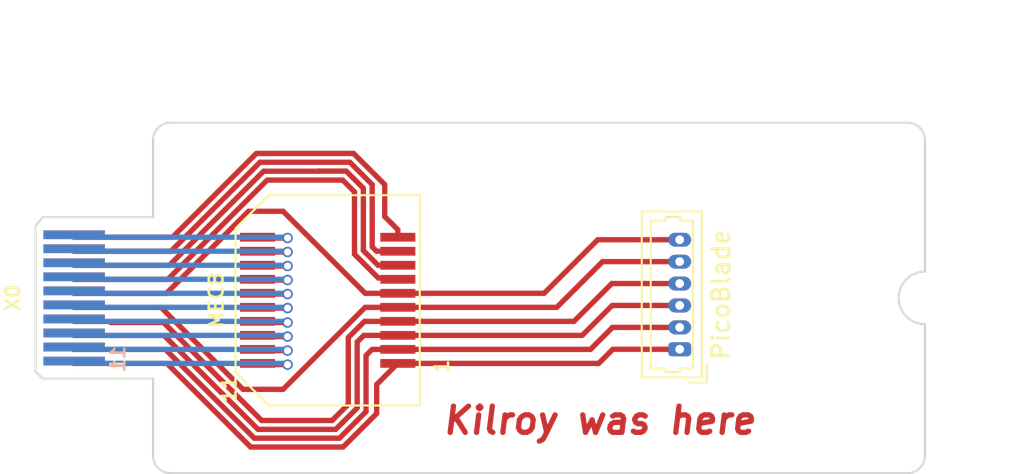
<source format=kicad_pcb>
(kicad_pcb (version 20171130) (host pcbnew "(5.1.10)-1")

  (general
    (thickness 1.6)
    (drawings 4)
    (tracks 139)
    (zones 0)
    (modules 3)
    (nets 21)
  )

  (page A)
  (title_block
    (title "Beetje 32U4 Blok")
    (date 2018-08-10)
    (rev 0.0)
    (company www.MakersBox.us)
    (comment 1 648.ken@gmail.com)
  )

  (layers
    (0 F.Cu signal)
    (31 B.Cu signal)
    (32 B.Adhes user)
    (33 F.Adhes user)
    (34 B.Paste user)
    (35 F.Paste user)
    (36 B.SilkS user)
    (37 F.SilkS user)
    (38 B.Mask user)
    (39 F.Mask user)
    (40 Dwgs.User user)
    (41 Cmts.User user)
    (42 Eco1.User user)
    (43 Eco2.User user)
    (44 Edge.Cuts user)
    (45 Margin user)
    (46 B.CrtYd user hide)
    (47 F.CrtYd user)
    (48 B.Fab user hide)
    (49 F.Fab user hide)
  )

  (setup
    (last_trace_width 0.25)
    (user_trace_width 0.254)
    (user_trace_width 0.3048)
    (user_trace_width 0.3556)
    (user_trace_width 0.4064)
    (user_trace_width 0.6096)
    (trace_clearance 0.2)
    (zone_clearance 0.35)
    (zone_45_only no)
    (trace_min 0.2)
    (via_size 0.6)
    (via_drill 0.4)
    (via_min_size 0.4)
    (via_min_drill 0.3)
    (uvia_size 0.3)
    (uvia_drill 0.1)
    (uvias_allowed no)
    (uvia_min_size 0.2)
    (uvia_min_drill 0.1)
    (edge_width 0.15)
    (segment_width 0.2)
    (pcb_text_width 0.3)
    (pcb_text_size 1.5 1.5)
    (mod_edge_width 0.15)
    (mod_text_size 1 1)
    (mod_text_width 0.15)
    (pad_size 0.5 3.500001)
    (pad_drill 0)
    (pad_to_mask_clearance 0)
    (aux_axis_origin 0 0)
    (visible_elements 7FFFFFFF)
    (pcbplotparams
      (layerselection 0x010f0_80000001)
      (usegerberextensions false)
      (usegerberattributes true)
      (usegerberadvancedattributes true)
      (creategerberjobfile true)
      (excludeedgelayer true)
      (linewidth 0.100000)
      (plotframeref false)
      (viasonmask false)
      (mode 1)
      (useauxorigin false)
      (hpglpennumber 1)
      (hpglpenspeed 20)
      (hpglpendiameter 15.000000)
      (psnegative false)
      (psa4output false)
      (plotreference true)
      (plotvalue true)
      (plotinvisibletext false)
      (padsonsilk false)
      (subtractmaskfromsilk false)
      (outputformat 1)
      (mirror false)
      (drillshape 0)
      (scaleselection 1)
      (outputdirectory "gerbers/"))
  )

  (net 0 "")
  (net 1 /10)
  (net 2 /01)
  (net 3 /02)
  (net 4 /04)
  (net 5 /05)
  (net 6 /06)
  (net 7 /07)
  (net 8 /08)
  (net 9 /09)
  (net 10 /11)
  (net 11 /12)
  (net 12 /13)
  (net 13 /14)
  (net 14 /15)
  (net 15 /16)
  (net 16 /17)
  (net 17 /18)
  (net 18 /19)
  (net 19 /20)
  (net 20 /03)

  (net_class Default "This is the default net class."
    (clearance 0.2)
    (trace_width 0.25)
    (via_dia 0.6)
    (via_drill 0.4)
    (uvia_dia 0.3)
    (uvia_drill 0.1)
    (add_net /01)
    (add_net /02)
    (add_net /03)
    (add_net /04)
    (add_net /05)
    (add_net /06)
    (add_net /07)
    (add_net /08)
    (add_net /09)
    (add_net /10)
    (add_net /11)
    (add_net /12)
    (add_net /13)
    (add_net /14)
    (add_net /15)
    (add_net /16)
    (add_net /17)
    (add_net /18)
    (add_net /19)
    (add_net /20)
  )

  (module footprints:MEC8_card (layer F.Cu) (tedit 636F1764) (tstamp 63701F4F)
    (at 112.5 87 90)
    (descr "0.8mm RIGHT ANGLE EDGE CARD ASSEMBLY.")
    (path /63BB3F50)
    (fp_text reference X0 (at 0 -3.5 90) (layer F.SilkS)
      (effects (font (size 0.788457 0.788457) (thickness 0.15)))
    )
    (fp_text value Edge (at -0.1 -4.8 90) (layer F.Fab)
      (effects (font (size 0.787685 0.787685) (thickness 0.15)))
    )
    (fp_line (start 0 50.5) (end 0 45.42) (layer Dwgs.User) (width 0.12))
    (fp_line (start -3.6 -1.75) (end 3.6 -1.75) (layer Dwgs.User) (width 0.12))
    (fp_line (start -9 48.5) (end -1.5 48.5) (layer Edge.Cuts) (width 0.12))
    (fp_line (start 9 48.5) (end 1.5 48.5) (layer Edge.Cuts) (width 0.12))
    (fp_line (start 10 47.5) (end 10 5.5) (layer Edge.Cuts) (width 0.12))
    (fp_line (start 4.6 4.5) (end 9 4.5) (layer Edge.Cuts) (width 0.12))
    (fp_line (start -4.6 4.5) (end -9 4.5) (layer Edge.Cuts) (width 0.12))
    (fp_line (start -10 5.5) (end -10 47.5) (layer Edge.Cuts) (width 0.12))
    (fp_line (start -4.6 -1.8) (end -4.2 -2.2) (layer Edge.Cuts) (width 0.12))
    (fp_line (start 4.6 -1.8) (end 4.1 -2.2) (layer Edge.Cuts) (width 0.12))
    (fp_line (start 4.1 -2.2) (end -4.2 -2.2) (layer Edge.Cuts) (width 0.12))
    (fp_line (start -4.6 -1.8) (end -4.6 4.5) (layer Edge.Cuts) (width 0.12))
    (fp_line (start 4.6 -1.8) (end 4.6 4.5) (layer Edge.Cuts) (width 0.12))
    (fp_text user 11 (at -3.5 2.5 90) (layer B.SilkS)
      (effects (font (size 0.788882 0.788882) (thickness 0.15)) (justify mirror))
    )
    (fp_text user 1 (at -3.77791 2.5 90) (layer F.SilkS)
      (effects (font (size 0.788008 0.788008) (thickness 0.15)))
    )
    (fp_arc (start 0 48.5) (end 1.5 48.5) (angle -180) (layer Edge.Cuts) (width 0.12))
    (fp_arc (start -9 47.5) (end -10 47.5) (angle -90) (layer Edge.Cuts) (width 0.12))
    (fp_arc (start 9 47.5) (end 9 48.5) (angle -90) (layer Edge.Cuts) (width 0.12))
    (fp_arc (start -9 5.5) (end -9 4.5) (angle -90) (layer Edge.Cuts) (width 0.12))
    (fp_arc (start 9 5.5) (end 10 5.5) (angle -90) (layer Edge.Cuts) (width 0.12))
    (pad 10 smd rect (at 3.6 0 90) (size 0.5 3.5) (layers F.Cu F.Paste F.Mask)
      (net 1 /10))
    (pad 1 smd rect (at -3.6 0 90) (size 0.5 3.5) (layers F.Cu F.Paste F.Mask)
      (net 2 /01))
    (pad 2 smd rect (at -2.8 0 90) (size 0.5 3.5) (layers F.Cu F.Paste F.Mask)
      (net 3 /02))
    (pad 3 smd rect (at -2 0 90) (size 0.5 3.500001) (layers F.Cu F.Paste F.Mask)
      (net 20 /03))
    (pad 4 smd rect (at -1.2 0 90) (size 0.5 3.5) (layers F.Cu F.Paste F.Mask)
      (net 4 /04))
    (pad 5 smd rect (at -0.4 0 90) (size 0.5 3.5) (layers F.Cu F.Paste F.Mask)
      (net 5 /05))
    (pad 6 smd rect (at 0.4 0 90) (size 0.5 3.5) (layers F.Cu F.Paste F.Mask)
      (net 6 /06))
    (pad 7 smd rect (at 1.2 0 90) (size 0.5 3.5) (layers F.Cu F.Paste F.Mask)
      (net 7 /07))
    (pad 8 smd rect (at 2 0 90) (size 0.5 3.5) (layers F.Cu F.Paste F.Mask)
      (net 8 /08))
    (pad 9 smd rect (at 2.8 0 90) (size 0.5 3.5) (layers F.Cu F.Paste F.Mask)
      (net 9 /09))
    (pad 11 smd rect (at -3.6 0 90) (size 0.5 3.5) (layers B.Cu B.Paste B.Mask)
      (net 10 /11))
    (pad 12 smd rect (at -2.8 0 90) (size 0.5 3.5) (layers B.Cu B.Paste B.Mask)
      (net 11 /12))
    (pad 13 smd rect (at -2 0 90) (size 0.5 3.5) (layers B.Cu B.Paste B.Mask)
      (net 12 /13))
    (pad 14 smd rect (at -1.2 0 90) (size 0.5 3.5) (layers B.Cu B.Paste B.Mask)
      (net 13 /14))
    (pad 15 smd rect (at -0.4 0 90) (size 0.5 3.5) (layers B.Cu B.Paste B.Mask)
      (net 14 /15))
    (pad 16 smd rect (at 0.4 0 90) (size 0.5 3.5) (layers B.Cu B.Paste B.Mask)
      (net 15 /16))
    (pad 17 smd rect (at 1.2 0 90) (size 0.5 3.5) (layers B.Cu B.Paste B.Mask)
      (net 16 /17))
    (pad 18 smd rect (at 2 0 90) (size 0.5 3.5) (layers B.Cu B.Paste B.Mask)
      (net 17 /18))
    (pad 19 smd rect (at 2.8 0 90) (size 0.5 3.5) (layers B.Cu B.Paste B.Mask)
      (net 18 /19))
    (pad 20 smd rect (at 3.6 0 90) (size 0.5 3.5) (layers B.Cu B.Paste B.Mask)
      (net 19 /20))
  )

  (module footprints:MEC8_top_bottom (layer F.Cu) (tedit 636F0A4D) (tstamp 63700CE2)
    (at 126.952 87.138 90)
    (descr "0.8mm RIGHT ANGLE EDGE CARD ASSEMBLY.")
    (path /63CD3088)
    (fp_text reference X1 (at 0.6008 -6.10819 90) (layer F.SilkS) hide
      (effects (font (size 0.788457 0.788457) (thickness 0.15)))
    )
    (fp_text value MEC8 (at 0 -6.35 90) (layer F.SilkS)
      (effects (font (size 0.787685 0.787685) (thickness 0.15)))
    )
    (fp_line (start 5.5 3.7) (end -5.5 3.7) (layer F.Fab) (width 0.127))
    (fp_line (start -5.5 3.7) (end -5.5 -2.5) (layer F.Fab) (width 0.127))
    (fp_line (start -5.5 -2.5) (end -4.3 -3.7) (layer F.Fab) (width 0.127))
    (fp_line (start -4.3 -3.7) (end 4.3 -3.7) (layer F.Fab) (width 0.127))
    (fp_line (start 4.3 -3.7) (end 5.5 -2.5) (layer F.Fab) (width 0.127))
    (fp_line (start 5.5 -2.5) (end 5.5 3.7) (layer F.Fab) (width 0.127))
    (fp_line (start 6 5.25) (end -6 5.25) (layer F.SilkS) (width 0.127))
    (fp_line (start -6 5.25) (end -6 -3.35) (layer F.SilkS) (width 0.127))
    (fp_line (start -6 -3.35) (end -4.1 -5.25) (layer F.SilkS) (width 0.127))
    (fp_line (start -4.1 -5.25) (end 4.1 -5.25) (layer F.SilkS) (width 0.127))
    (fp_line (start 4.1 -5.25) (end 6 -3.35) (layer F.SilkS) (width 0.127))
    (fp_line (start 6 -3.35) (end 6 5.25) (layer F.SilkS) (width 0.127))
    (fp_text user 11 (at -5.08 -5.61054 90) (layer F.SilkS)
      (effects (font (size 0.788882 0.788882) (thickness 0.15)))
    )
    (fp_text user 1 (at -3.77791 6.50502 90) (layer F.SilkS)
      (effects (font (size 0.788008 0.788008) (thickness 0.15)))
    )
    (pad None np_thru_hole circle (at 4.8 0 90) (size 1.65 1.65) (drill 1.65) (layers *.Cu *.Mask))
    (pad None np_thru_hole circle (at -4.8 0 90) (size 1.65 1.65) (drill 1.65) (layers *.Cu *.Mask))
    (pad 20 smd rect (at 3.6 -4 90) (size 0.5 2) (layers F.Cu F.Paste F.Mask)
      (net 19 /20))
    (pad 10 smd rect (at 3.6 4 90) (size 0.5 2) (layers F.Cu F.Paste F.Mask)
      (net 1 /10))
    (pad 19 smd rect (at 2.8 -4 90) (size 0.5 2) (layers F.Cu F.Paste F.Mask)
      (net 18 /19))
    (pad 9 smd rect (at 2.8 4 90) (size 0.5 2) (layers F.Cu F.Paste F.Mask)
      (net 9 /09))
    (pad 18 smd rect (at 2 -4 90) (size 0.5 2) (layers F.Cu F.Paste F.Mask)
      (net 17 /18))
    (pad 8 smd rect (at 2 4 90) (size 0.5 2) (layers F.Cu F.Paste F.Mask)
      (net 8 /08))
    (pad 17 smd rect (at 1.2 -4 90) (size 0.5 2) (layers F.Cu F.Paste F.Mask)
      (net 16 /17))
    (pad 7 smd rect (at 1.2 4 90) (size 0.5 2) (layers F.Cu F.Paste F.Mask)
      (net 7 /07))
    (pad 16 smd rect (at 0.4 -4 90) (size 0.5 2) (layers F.Cu F.Paste F.Mask)
      (net 15 /16))
    (pad 6 smd rect (at 0.4 4 90) (size 0.5 2) (layers F.Cu F.Paste F.Mask)
      (net 6 /06))
    (pad 15 smd rect (at -0.4 -4 90) (size 0.5 2) (layers F.Cu F.Paste F.Mask)
      (net 14 /15))
    (pad 5 smd rect (at -0.4 4 90) (size 0.5 2) (layers F.Cu F.Paste F.Mask)
      (net 5 /05))
    (pad 14 smd rect (at -1.2 -4 90) (size 0.5 2) (layers F.Cu F.Paste F.Mask)
      (net 13 /14))
    (pad 4 smd rect (at -1.2 4 90) (size 0.5 2) (layers F.Cu F.Paste F.Mask)
      (net 4 /04))
    (pad 13 smd rect (at -2 -4 90) (size 0.5 2) (layers F.Cu F.Paste F.Mask)
      (net 12 /13))
    (pad 3 smd rect (at -2 4 90) (size 0.5 2) (layers F.Cu F.Paste F.Mask)
      (net 20 /03))
    (pad 12 smd rect (at -2.8 -4 90) (size 0.5 2) (layers F.Cu F.Paste F.Mask)
      (net 11 /12))
    (pad 2 smd rect (at -2.8 4 90) (size 0.5 2) (layers F.Cu F.Paste F.Mask)
      (net 3 /02))
    (pad 11 smd rect (at -3.6 -4 90) (size 0.5 2) (layers F.Cu F.Paste F.Mask)
      (net 10 /11))
    (pad 1 smd rect (at -3.6 4 90) (size 0.5 2) (layers F.Cu F.Paste F.Mask)
      (net 2 /01))
  )

  (module Connector_Molex:Molex_PicoBlade_53047-0610_1x06_P1.25mm_Vertical (layer F.Cu) (tedit 5B783167) (tstamp 63700F94)
    (at 147.018 89.932 90)
    (descr "Molex PicoBlade Connector System, 53047-0610, 6 Pins per row (http://www.molex.com/pdm_docs/sd/530470610_sd.pdf), generated with kicad-footprint-generator")
    (tags "connector Molex PicoBlade side entry")
    (path /63CDCB13)
    (fp_text reference X2 (at 3.12 -3.25 90) (layer F.SilkS) hide
      (effects (font (size 1 1) (thickness 0.15)))
    )
    (fp_text value PicoBlade (at 3.12 2.35 90) (layer F.SilkS)
      (effects (font (size 1 1) (thickness 0.15)))
    )
    (fp_line (start -1.5 -2.05) (end -1.5 1.15) (layer F.Fab) (width 0.1))
    (fp_line (start -1.5 1.15) (end 7.75 1.15) (layer F.Fab) (width 0.1))
    (fp_line (start 7.75 1.15) (end 7.75 -2.05) (layer F.Fab) (width 0.1))
    (fp_line (start 7.75 -2.05) (end -1.5 -2.05) (layer F.Fab) (width 0.1))
    (fp_line (start -1.61 -2.16) (end -1.61 1.26) (layer F.SilkS) (width 0.12))
    (fp_line (start -1.61 1.26) (end 7.86 1.26) (layer F.SilkS) (width 0.12))
    (fp_line (start 7.86 1.26) (end 7.86 -2.16) (layer F.SilkS) (width 0.12))
    (fp_line (start 7.86 -2.16) (end -1.61 -2.16) (layer F.SilkS) (width 0.12))
    (fp_line (start 3.125 0.75) (end -1.1 0.75) (layer F.SilkS) (width 0.12))
    (fp_line (start -1.1 0.75) (end -1.1 0) (layer F.SilkS) (width 0.12))
    (fp_line (start -1.1 0) (end -1.3 0) (layer F.SilkS) (width 0.12))
    (fp_line (start -1.3 0) (end -1.3 -0.8) (layer F.SilkS) (width 0.12))
    (fp_line (start -1.3 -0.8) (end -1.1 -0.8) (layer F.SilkS) (width 0.12))
    (fp_line (start -1.1 -0.8) (end -1.1 -1.65) (layer F.SilkS) (width 0.12))
    (fp_line (start -1.1 -1.65) (end 3.125 -1.65) (layer F.SilkS) (width 0.12))
    (fp_line (start 3.125 0.75) (end 7.35 0.75) (layer F.SilkS) (width 0.12))
    (fp_line (start 7.35 0.75) (end 7.35 0) (layer F.SilkS) (width 0.12))
    (fp_line (start 7.35 0) (end 7.55 0) (layer F.SilkS) (width 0.12))
    (fp_line (start 7.55 0) (end 7.55 -0.8) (layer F.SilkS) (width 0.12))
    (fp_line (start 7.55 -0.8) (end 7.35 -0.8) (layer F.SilkS) (width 0.12))
    (fp_line (start 7.35 -0.8) (end 7.35 -1.65) (layer F.SilkS) (width 0.12))
    (fp_line (start 7.35 -1.65) (end 3.125 -1.65) (layer F.SilkS) (width 0.12))
    (fp_line (start -1.9 1.55) (end -1.9 0.55) (layer F.SilkS) (width 0.12))
    (fp_line (start -1.9 1.55) (end -0.9 1.55) (layer F.SilkS) (width 0.12))
    (fp_line (start -0.5 1.15) (end 0 0.442893) (layer F.Fab) (width 0.1))
    (fp_line (start 0 0.442893) (end 0.5 1.15) (layer F.Fab) (width 0.1))
    (fp_line (start -2 -2.55) (end -2 1.65) (layer F.CrtYd) (width 0.05))
    (fp_line (start -2 1.65) (end 8.25 1.65) (layer F.CrtYd) (width 0.05))
    (fp_line (start 8.25 1.65) (end 8.25 -2.55) (layer F.CrtYd) (width 0.05))
    (fp_line (start 8.25 -2.55) (end -2 -2.55) (layer F.CrtYd) (width 0.05))
    (fp_text user %R (at 3.12 -1.35 90) (layer F.Fab)
      (effects (font (size 1 1) (thickness 0.15)))
    )
    (pad 1 thru_hole roundrect (at 0 0 90) (size 0.8 1.3) (drill 0.5) (layers *.Cu *.Mask) (roundrect_rratio 0.25)
      (net 2 /01))
    (pad 2 thru_hole oval (at 1.25 0 90) (size 0.8 1.3) (drill 0.5) (layers *.Cu *.Mask)
      (net 3 /02))
    (pad 3 thru_hole oval (at 2.5 0 90) (size 0.8 1.3) (drill 0.5) (layers *.Cu *.Mask)
      (net 20 /03))
    (pad 4 thru_hole oval (at 3.75 0 90) (size 0.8 1.3) (drill 0.5) (layers *.Cu *.Mask)
      (net 4 /04))
    (pad 5 thru_hole oval (at 5 0 90) (size 0.8 1.3) (drill 0.5) (layers *.Cu *.Mask)
      (net 5 /05))
    (pad 6 thru_hole oval (at 6.25 0 90) (size 0.8 1.3) (drill 0.5) (layers *.Cu *.Mask)
      (net 6 /06))
    (model ${KISYS3DMOD}/Connector_Molex.3dshapes/Molex_PicoBlade_53047-0610_1x06_P1.25mm_Vertical.wrl
      (at (xyz 0 0 0))
      (scale (xyz 1 1 1))
      (rotate (xyz 0 0 0))
    )
  )

  (dimension 51 (width 0.15) (layer Dwgs.User)
    (gr_text "51.000 mm" (at 135.5 70.7) (layer Dwgs.User)
      (effects (font (size 1 1) (thickness 0.15)))
    )
    (feature1 (pts (xy 110 82) (xy 110 71.413579)))
    (feature2 (pts (xy 161 82) (xy 161 71.413579)))
    (crossbar (pts (xy 161 72) (xy 110 72)))
    (arrow1a (pts (xy 110 72) (xy 111.126504 71.413579)))
    (arrow1b (pts (xy 110 72) (xy 111.126504 72.586421)))
    (arrow2a (pts (xy 161 72) (xy 159.873496 71.413579)))
    (arrow2b (pts (xy 161 72) (xy 159.873496 72.586421)))
  )
  (dimension 44 (width 0.15) (layer Dwgs.User)
    (gr_text "44.000 mm" (at 139 73.7) (layer Dwgs.User)
      (effects (font (size 1 1) (thickness 0.15)))
    )
    (feature1 (pts (xy 117 78) (xy 117 74.413579)))
    (feature2 (pts (xy 161 78) (xy 161 74.413579)))
    (crossbar (pts (xy 161 75) (xy 117 75)))
    (arrow1a (pts (xy 117 75) (xy 118.126504 74.413579)))
    (arrow1b (pts (xy 117 75) (xy 118.126504 75.586421)))
    (arrow2a (pts (xy 161 75) (xy 159.873496 74.413579)))
    (arrow2b (pts (xy 161 75) (xy 159.873496 75.586421)))
  )
  (dimension 20 (width 0.15) (layer Dwgs.User)
    (gr_text "20.000 mm" (at 165.3 87 270) (layer Dwgs.User)
      (effects (font (size 1 1) (thickness 0.15)))
    )
    (feature1 (pts (xy 160 97) (xy 164.586421 97)))
    (feature2 (pts (xy 160 77) (xy 164.586421 77)))
    (crossbar (pts (xy 164 77) (xy 164 97)))
    (arrow1a (pts (xy 164 97) (xy 163.413579 95.873496)))
    (arrow1b (pts (xy 164 97) (xy 164.586421 95.873496)))
    (arrow2a (pts (xy 164 77) (xy 163.413579 78.126504)))
    (arrow2b (pts (xy 164 77) (xy 164.586421 78.126504)))
  )
  (gr_text "Kilroy was here" (at 142.446 93.996) (layer F.Cu)
    (effects (font (size 1.5 1.5) (thickness 0.3) italic))
  )

  (segment (start 118.106 83.538) (end 122.887999 78.756) (width 0.3048) (layer F.Cu) (net 1))
  (segment (start 112.474 83.538) (end 118.106 83.538) (width 0.3048) (layer F.Cu) (net 1))
  (segment (start 128.427909 78.756) (end 130.205909 80.534) (width 0.3048) (layer F.Cu) (net 1))
  (segment (start 122.887999 78.756) (end 128.427909 78.756) (width 0.3048) (layer F.Cu) (net 1))
  (segment (start 130.205909 80.534) (end 130.205909 82.360091) (width 0.3048) (layer F.Cu) (net 1))
  (segment (start 130.952 83.106182) (end 130.952 83.538) (width 0.3048) (layer F.Cu) (net 1))
  (segment (start 130.205909 82.360091) (end 130.952 83.106182) (width 0.3048) (layer F.Cu) (net 1))
  (segment (start 112.474 90.738) (end 117.790365 90.738) (width 0.3048) (layer F.Cu) (net 2))
  (segment (start 117.790365 90.738) (end 122.562794 95.51043) (width 0.3048) (layer F.Cu) (net 2))
  (segment (start 127.833297 95.51043) (end 129.746 93.597727) (width 0.3048) (layer F.Cu) (net 2))
  (segment (start 122.562794 95.51043) (end 127.833297 95.51043) (width 0.3048) (layer F.Cu) (net 2))
  (segment (start 129.746 91.944) (end 130.952 90.738) (width 0.3048) (layer F.Cu) (net 2))
  (segment (start 129.746 93.597727) (end 129.746 91.944) (width 0.3048) (layer F.Cu) (net 2))
  (segment (start 147.018 89.932) (end 143.208 89.932) (width 0.3048) (layer F.Cu) (net 2))
  (segment (start 142.402 90.738) (end 130.952 90.738) (width 0.3048) (layer F.Cu) (net 2))
  (segment (start 143.208 89.932) (end 142.402 90.738) (width 0.3048) (layer F.Cu) (net 2))
  (segment (start 112.474 89.938) (end 117.704276 89.938) (width 0.3048) (layer F.Cu) (net 3))
  (segment (start 117.704276 89.938003) (end 122.771893 95.00562) (width 0.3048) (layer F.Cu) (net 3))
  (segment (start 117.704276 89.938) (end 117.704276 89.938003) (width 0.3048) (layer F.Cu) (net 3))
  (segment (start 127.624198 95.00562) (end 129.139021 93.490797) (width 0.3048) (layer F.Cu) (net 3))
  (segment (start 122.771893 95.00562) (end 127.624198 95.00562) (width 0.3048) (layer F.Cu) (net 3))
  (segment (start 129.139021 93.490797) (end 129.139021 90.284979) (width 0.3048) (layer F.Cu) (net 3))
  (segment (start 129.486 89.938) (end 130.952 89.938) (width 0.3048) (layer F.Cu) (net 3))
  (segment (start 129.139021 90.284979) (end 129.486 89.938) (width 0.3048) (layer F.Cu) (net 3))
  (segment (start 147.018 88.682) (end 143.188 88.682) (width 0.3048) (layer F.Cu) (net 3))
  (segment (start 141.932 89.938) (end 130.952 89.938) (width 0.3048) (layer F.Cu) (net 3))
  (segment (start 143.188 88.682) (end 141.932 89.938) (width 0.3048) (layer F.Cu) (net 3))
  (segment (start 114.5988 88.408) (end 117.602092 88.408) (width 0.3048) (layer F.Cu) (net 4))
  (segment (start 114.5288 88.338) (end 114.5988 88.408) (width 0.3048) (layer F.Cu) (net 4))
  (segment (start 112.474 88.338) (end 114.5288 88.338) (width 0.3048) (layer F.Cu) (net 4))
  (segment (start 117.602092 88.408) (end 123.190091 93.996) (width 0.3048) (layer F.Cu) (net 4))
  (segment (start 123.190091 93.996) (end 127.206 93.996) (width 0.3048) (layer F.Cu) (net 4))
  (segment (start 128.129401 93.072599) (end 128.129401 89.262599) (width 0.3048) (layer F.Cu) (net 4))
  (segment (start 127.206 93.996) (end 128.129401 93.072599) (width 0.3048) (layer F.Cu) (net 4))
  (segment (start 129.054 88.338) (end 130.952 88.338) (width 0.3048) (layer F.Cu) (net 4))
  (segment (start 128.129401 89.262599) (end 129.054 88.338) (width 0.3048) (layer F.Cu) (net 4))
  (segment (start 147.018 86.182) (end 143.148 86.182) (width 0.3048) (layer F.Cu) (net 4))
  (segment (start 140.992 88.338) (end 130.952 88.338) (width 0.3048) (layer F.Cu) (net 4))
  (segment (start 143.148 86.182) (end 140.992 88.338) (width 0.3048) (layer F.Cu) (net 4))
  (segment (start 112.474 87.538) (end 117.446 87.538) (width 0.3048) (layer F.Cu) (net 5))
  (segment (start 117.446 87.538) (end 122.126 92.218) (width 0.3048) (layer F.Cu) (net 5))
  (segment (start 122.126 92.218) (end 124.412 92.218) (width 0.3048) (layer F.Cu) (net 5))
  (segment (start 129.092 87.538) (end 130.952 87.538) (width 0.3048) (layer F.Cu) (net 5))
  (segment (start 124.412 92.218) (end 129.092 87.538) (width 0.3048) (layer F.Cu) (net 5))
  (segment (start 147.018 84.932) (end 142.62 84.932) (width 0.3048) (layer F.Cu) (net 5))
  (segment (start 140.014 87.538) (end 130.952 87.538) (width 0.3048) (layer F.Cu) (net 5))
  (segment (start 142.62 84.932) (end 140.014 87.538) (width 0.3048) (layer F.Cu) (net 5))
  (segment (start 112.474 86.738) (end 117.761632 86.738) (width 0.3048) (layer F.Cu) (net 6))
  (segment (start 117.761632 86.738) (end 122.441632 82.058) (width 0.3048) (layer F.Cu) (net 6))
  (segment (start 122.441632 82.058) (end 124.412 82.058) (width 0.3048) (layer F.Cu) (net 6))
  (segment (start 129.092 86.738) (end 130.952 86.738) (width 0.3048) (layer F.Cu) (net 6))
  (segment (start 124.412 82.058) (end 129.092 86.738) (width 0.3048) (layer F.Cu) (net 6))
  (segment (start 147.018 83.682) (end 142.346 83.682) (width 0.3048) (layer F.Cu) (net 6))
  (segment (start 139.29 86.738) (end 130.952 86.738) (width 0.3048) (layer F.Cu) (net 6))
  (segment (start 142.346 83.682) (end 139.29 86.738) (width 0.3048) (layer F.Cu) (net 6))
  (segment (start 112.474 85.938) (end 117.847724 85.938) (width 0.3048) (layer F.Cu) (net 7))
  (segment (start 123.508914 80.27681) (end 127.806994 80.27681) (width 0.3048) (layer F.Cu) (net 7))
  (segment (start 117.847724 85.938) (end 123.508914 80.27681) (width 0.3048) (layer F.Cu) (net 7))
  (segment (start 127.806994 80.27681) (end 128.48238 80.952196) (width 0.3048) (layer F.Cu) (net 7))
  (segment (start 128.48238 84.508198) (end 129.842182 85.868) (width 0.3048) (layer F.Cu) (net 7))
  (segment (start 128.48238 80.952196) (end 128.48238 84.508198) (width 0.3048) (layer F.Cu) (net 7))
  (segment (start 130.882 85.868) (end 130.952 85.938) (width 0.3048) (layer F.Cu) (net 7))
  (segment (start 129.842182 85.868) (end 130.882 85.868) (width 0.3048) (layer F.Cu) (net 7))
  (segment (start 112.474 85.138) (end 117.933816 85.138) (width 0.3048) (layer F.Cu) (net 8))
  (segment (start 126.444 79.772) (end 126.45038 79.76562) (width 0.3048) (layer F.Cu) (net 8))
  (segment (start 123.299816 79.772) (end 126.444 79.772) (width 0.3048) (layer F.Cu) (net 8))
  (segment (start 117.933816 85.138) (end 123.299816 79.772) (width 0.3048) (layer F.Cu) (net 8))
  (segment (start 126.45038 79.76562) (end 128.009712 79.76562) (width 0.3048) (layer F.Cu) (net 8))
  (segment (start 128.009712 79.76562) (end 128.98719 80.743098) (width 0.3048) (layer F.Cu) (net 8))
  (segment (start 129.826091 85.138) (end 130.952 85.138) (width 0.3048) (layer F.Cu) (net 8))
  (segment (start 128.98719 84.299099) (end 129.826091 85.138) (width 0.3048) (layer F.Cu) (net 8))
  (segment (start 128.98719 80.743098) (end 128.98719 84.299099) (width 0.3048) (layer F.Cu) (net 8))
  (segment (start 129.74 84.338) (end 130.952 84.338) (width 0.3048) (layer F.Cu) (net 9))
  (segment (start 129.492 84.09) (end 129.74 84.338) (width 0.3048) (layer F.Cu) (net 9))
  (segment (start 123.097098 79.26081) (end 128.21881 79.26081) (width 0.3048) (layer F.Cu) (net 9))
  (segment (start 129.492 80.534) (end 129.492 84.09) (width 0.3048) (layer F.Cu) (net 9))
  (segment (start 118.019908 84.338) (end 123.097098 79.26081) (width 0.3048) (layer F.Cu) (net 9))
  (segment (start 128.21881 79.26081) (end 129.492 80.534) (width 0.3048) (layer F.Cu) (net 9))
  (segment (start 112.474 84.338) (end 118.019908 84.338) (width 0.3048) (layer F.Cu) (net 9))
  (via (at 124.666 90.808009) (size 0.6) (drill 0.4) (layers F.Cu B.Cu) (net 10))
  (segment (start 124.595991 90.738) (end 124.666 90.808009) (width 0.3048) (layer B.Cu) (net 10))
  (segment (start 112.474 90.738) (end 124.595991 90.738) (width 0.3048) (layer B.Cu) (net 10))
  (segment (start 123.022009 90.808009) (end 122.952 90.738) (width 0.3048) (layer F.Cu) (net 10))
  (segment (start 124.666 90.808009) (end 123.022009 90.808009) (width 0.3048) (layer F.Cu) (net 10))
  (via (at 124.666 90.008006) (size 0.6) (drill 0.4) (layers F.Cu B.Cu) (net 11))
  (segment (start 124.595994 89.938) (end 124.666 90.008006) (width 0.3048) (layer B.Cu) (net 11))
  (segment (start 112.474 89.938) (end 124.595994 89.938) (width 0.3048) (layer B.Cu) (net 11))
  (segment (start 123.022006 90.008006) (end 122.952 89.938) (width 0.3048) (layer F.Cu) (net 11))
  (segment (start 124.666 90.008006) (end 123.022006 90.008006) (width 0.3048) (layer F.Cu) (net 11))
  (segment (start 124.595997 89.138) (end 124.666 89.208003) (width 0.3048) (layer B.Cu) (net 12))
  (via (at 124.666 89.208003) (size 0.6) (drill 0.4) (layers F.Cu B.Cu) (net 12))
  (segment (start 112.474 89.138) (end 124.595997 89.138) (width 0.3048) (layer B.Cu) (net 12))
  (segment (start 123.022003 89.208003) (end 122.952 89.138) (width 0.3048) (layer F.Cu) (net 12))
  (segment (start 124.666 89.208003) (end 123.022003 89.208003) (width 0.3048) (layer F.Cu) (net 12))
  (via (at 124.666 88.408) (size 0.6) (drill 0.4) (layers F.Cu B.Cu) (net 13))
  (segment (start 124.596 88.338) (end 124.666 88.408) (width 0.3048) (layer B.Cu) (net 13))
  (segment (start 112.474 88.338) (end 124.596 88.338) (width 0.3048) (layer B.Cu) (net 13))
  (segment (start 123.022 88.408) (end 122.952 88.338) (width 0.3048) (layer F.Cu) (net 13))
  (segment (start 124.666 88.408) (end 123.022 88.408) (width 0.3048) (layer F.Cu) (net 13))
  (via (at 124.666 87.582015) (size 0.6) (drill 0.4) (layers F.Cu B.Cu) (net 14))
  (segment (start 124.621985 87.538) (end 124.666 87.582015) (width 0.3048) (layer B.Cu) (net 14))
  (segment (start 112.474 87.538) (end 124.621985 87.538) (width 0.3048) (layer B.Cu) (net 14))
  (segment (start 122.996015 87.582015) (end 122.952 87.538) (width 0.3048) (layer F.Cu) (net 14))
  (segment (start 124.666 87.582015) (end 122.996015 87.582015) (width 0.3048) (layer F.Cu) (net 14))
  (via (at 124.666 86.782012) (size 0.6) (drill 0.4) (layers F.Cu B.Cu) (net 15))
  (segment (start 124.621988 86.738) (end 124.666 86.782012) (width 0.3048) (layer B.Cu) (net 15))
  (segment (start 112.474 86.738) (end 124.621988 86.738) (width 0.3048) (layer B.Cu) (net 15))
  (segment (start 122.996012 86.782012) (end 122.952 86.738) (width 0.3048) (layer F.Cu) (net 15))
  (segment (start 124.666 86.782012) (end 122.996012 86.782012) (width 0.3048) (layer F.Cu) (net 15))
  (via (at 124.666 85.982009) (size 0.6) (drill 0.4) (layers F.Cu B.Cu) (net 16))
  (segment (start 124.621991 85.938) (end 124.666 85.982009) (width 0.3048) (layer B.Cu) (net 16))
  (segment (start 112.474 85.938) (end 124.621991 85.938) (width 0.3048) (layer B.Cu) (net 16))
  (segment (start 122.996009 85.982009) (end 122.952 85.938) (width 0.3048) (layer F.Cu) (net 16))
  (segment (start 124.666 85.982009) (end 122.996009 85.982009) (width 0.3048) (layer F.Cu) (net 16))
  (via (at 124.666 85.182006) (size 0.6) (drill 0.4) (layers F.Cu B.Cu) (net 17))
  (segment (start 124.621994 85.138) (end 124.666 85.182006) (width 0.3048) (layer B.Cu) (net 17))
  (segment (start 112.474 85.138) (end 124.621994 85.138) (width 0.3048) (layer B.Cu) (net 17))
  (segment (start 122.996006 85.182006) (end 122.952 85.138) (width 0.3048) (layer F.Cu) (net 17))
  (segment (start 124.666 85.182006) (end 122.996006 85.182006) (width 0.3048) (layer F.Cu) (net 17))
  (via (at 124.666 84.382003) (size 0.6) (drill 0.4) (layers F.Cu B.Cu) (net 18))
  (segment (start 124.621997 84.338) (end 124.666 84.382003) (width 0.3048) (layer B.Cu) (net 18))
  (segment (start 112.474 84.338) (end 124.621997 84.338) (width 0.3048) (layer B.Cu) (net 18))
  (segment (start 122.996003 84.382003) (end 122.952 84.338) (width 0.3048) (layer F.Cu) (net 18))
  (segment (start 124.666 84.382003) (end 122.996003 84.382003) (width 0.3048) (layer F.Cu) (net 18))
  (via (at 124.666 83.582) (size 0.6) (drill 0.4) (layers F.Cu B.Cu) (net 19))
  (segment (start 124.622 83.538) (end 124.666 83.582) (width 0.3048) (layer B.Cu) (net 19))
  (segment (start 112.474 83.538) (end 124.622 83.538) (width 0.3048) (layer B.Cu) (net 19))
  (segment (start 122.996 83.582) (end 122.952 83.538) (width 0.3048) (layer F.Cu) (net 19))
  (segment (start 124.666 83.582) (end 122.996 83.582) (width 0.3048) (layer F.Cu) (net 19))
  (segment (start 129.016 89.138) (end 130.952 89.138) (width 0.3048) (layer F.Cu) (net 20))
  (segment (start 128.634211 93.281698) (end 128.634211 89.519789) (width 0.3048) (layer F.Cu) (net 20))
  (segment (start 127.415099 94.50081) (end 128.634211 93.281698) (width 0.3048) (layer F.Cu) (net 20))
  (segment (start 122.980992 94.50081) (end 127.415099 94.50081) (width 0.3048) (layer F.Cu) (net 20))
  (segment (start 128.634211 89.519789) (end 129.016 89.138) (width 0.3048) (layer F.Cu) (net 20))
  (segment (start 117.618184 89.138) (end 122.980992 94.50081) (width 0.3048) (layer F.Cu) (net 20))
  (segment (start 112.474 89.138) (end 117.618184 89.138) (width 0.3048) (layer F.Cu) (net 20))
  (segment (start 147.018 87.432) (end 143.168 87.432) (width 0.3048) (layer F.Cu) (net 20))
  (segment (start 141.462 89.138) (end 130.952 89.138) (width 0.3048) (layer F.Cu) (net 20))
  (segment (start 143.168 87.432) (end 141.462 89.138) (width 0.3048) (layer F.Cu) (net 20))

)

</source>
